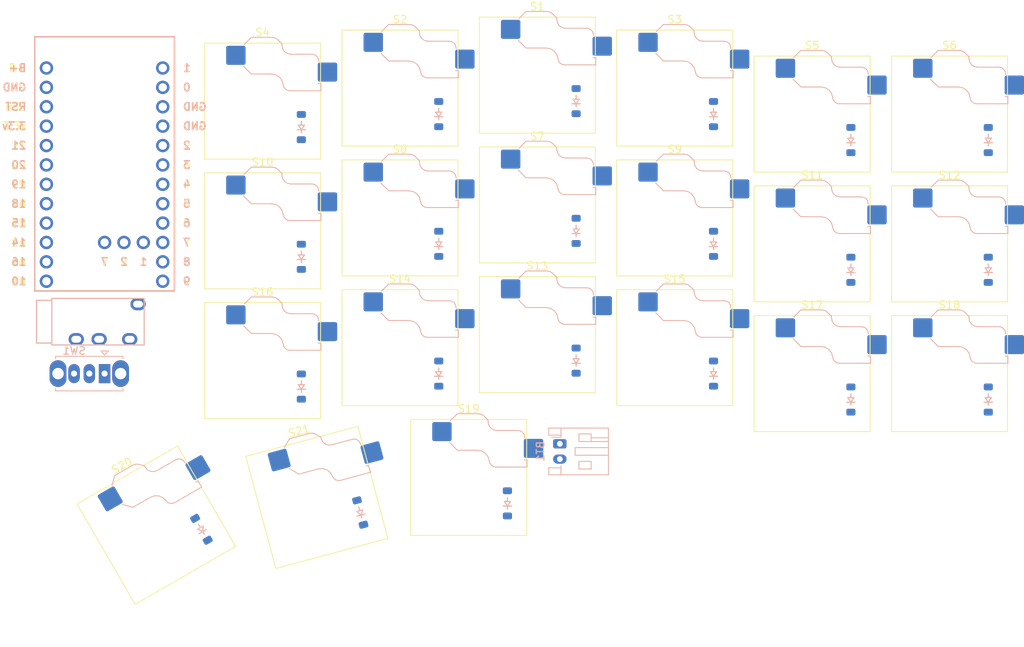
<source format=kicad_pcb>
(kicad_pcb (version 20241229) (generator "pcbnew") (generator_version "9.0")
  (layers (0 "F.Cu" signal) (2 "B.Cu" signal) (13 "F.Paste" user) (15 "B.Paste" user) (5 "F.SilkS" user "F.Silkscreen") (7 "B.SilkS" user "B.Silkscreen") (1 "F.Mask" user) (3 "B.Mask" user) (25 "Edge.Cuts" user))
  (net 0 "")
  (net 1 "Net-(BT1-+)")
  (net 2 "GND")
  (net 3 "Net-(D1-A)")
  (net 4 "Row 0")
  (net 5 "Net-(D2-A)")
  (net 6 "Net-(D3-A)")
  (net 7 "Net-(D4-A)")
  (net 8 "Net-(D5-A)")
  (net 9 "Net-(D6-A)")
  (net 10 "Net-(D7-A)")
  (net 11 "Row 1")
  (net 12 "Net-(D8-A)")
  (net 13 "Net-(D9-A)")
  (net 14 "Net-(D10-A)")
  (net 15 "Net-(D11-A)")
  (net 16 "Net-(D12-A)")
  (net 17 "Net-(D13-A)")
  (net 18 "Row 2")
  (net 19 "Net-(D14-A)")
  (net 20 "Net-(D15-A)")
  (net 21 "Net-(D16-A)")
  (net 22 "Net-(D17-A)")
  (net 23 "Net-(D18-A)")
  (net 24 "Row 3")
  (net 25 "Net-(D19-A)")
  (net 26 "Net-(D20-A)")
  (net 27 "Net-(D21-A)")
  (net 28 "Column 0")
  (net 29 "Column 1")
  (net 30 "Column 2")
  (net 31 "Column 3")
  (net 32 "Column 4")
  (net 33 "Column 5")
  (net 34 "Net-(SW1-A)")
  (net 43 "SplitData")
  (net 57 "SplitVCC")
  (footprint "ScottoKeebs_Hotswap:Hotswap_Choc_V1_1.00u" (layer "F.Cu") (at 179.1 83.3)
    (property "Reference" "S9" (at 0 -9 0) (layer "F.SilkS"))
    (property "Value" "Keyswitch")
    (pad "" np_thru_hole circle (at -5.5 0) (size 1.9 1.9) (drill 1.9) (layers "*.Cu" "*.Mask"))
    (pad "" np_thru_hole circle (at 0 -5.9) (size 3.05 3.05) (drill 3.05) (layers "*.Cu" "*.Mask"))
    (pad "" np_thru_hole circle (at 0 0) (size 3.45 3.45) (drill 3.45) (layers "*.Cu" "*.Mask"))
    (pad "" np_thru_hole circle (at 5 -3.8) (size 3.05 3.05) (drill 3.05) (layers "*.Cu" "*.Mask"))
    (pad "" np_thru_hole circle (at 5.5 0) (size 1.9 1.9) (drill 1.9) (layers "*.Cu" "*.Mask"))
    (pad "1" smd roundrect (at -3.5 -6) (size 2.55 2.5) (layers "B.Cu" "B.Mask" "B.Paste") (roundrect_rratio 0.1) (net 30 "Column 2"))
    (pad "2" smd roundrect (at 8.5 -3.8) (size 2.55 2.5) (layers "B.Cu" "B.Mask" "B.Paste") (roundrect_rratio 0.1) (net 13 "Net-(D9-A)"))
  )
  (footprint "ScottoKeebs_Hotswap:Hotswap_Choc_V1_1.00u" (layer "F.Cu") (at 125.1 68)
    (property "Reference" "S4" (at 0 -9 0) (layer "F.SilkS"))
    (property "Value" "Keyswitch")
    (pad "" np_thru_hole circle (at -5.5 0) (size 1.9 1.9) (drill 1.9) (layers "*.Cu" "*.Mask"))
    (pad "" np_thru_hole circle (at 0 -5.9) (size 3.05 3.05) (drill 3.05) (layers "*.Cu" "*.Mask"))
    (pad "" np_thru_hole circle (at 0 0) (size 3.45 3.45) (drill 3.45) (layers "*.Cu" "*.Mask"))
    (pad "" np_thru_hole circle (at 5 -3.8) (size 3.05 3.05) (drill 3.05) (layers "*.Cu" "*.Mask"))
    (pad "" np_thru_hole circle (at 5.5 0) (size 1.9 1.9) (drill 1.9) (layers "*.Cu" "*.Mask"))
    (pad "1" smd roundrect (at -3.5 -6) (size 2.55 2.5) (layers "B.Cu" "B.Mask" "B.Paste") (roundrect_rratio 0.1) (net 31 "Column 3"))
    (pad "2" smd roundrect (at 8.5 -3.8) (size 2.55 2.5) (layers "B.Cu" "B.Mask" "B.Paste") (roundrect_rratio 0.1) (net 7 "Net-(D4-A)"))
  )
  (footprint "ScottoKeebs_Hotswap:Hotswap_Choc_V1_1.00u" (layer "F.Cu") (at 197.1 69.7)
    (property "Reference" "S5" (at 0 -9 0) (layer "F.SilkS"))
    (property "Value" "Keyswitch")
    (pad "" np_thru_hole circle (at -5.5 0) (size 1.9 1.9) (drill 1.9) (layers "*.Cu" "*.Mask"))
    (pad "" np_thru_hole circle (at 0 -5.9) (size 3.05 3.05) (drill 3.05) (layers "*.Cu" "*.Mask"))
    (pad "" np_thru_hole circle (at 0 0) (size 3.45 3.45) (drill 3.45) (layers "*.Cu" "*.Mask"))
    (pad "" np_thru_hole circle (at 5 -3.8) (size 3.05 3.05) (drill 3.05) (layers "*.Cu" "*.Mask"))
    (pad "" np_thru_hole circle (at 5.5 0) (size 1.9 1.9) (drill 1.9) (layers "*.Cu" "*.Mask"))
    (pad "1" smd roundrect (at -3.5 -6) (size 2.55 2.5) (layers "B.Cu" "B.Mask" "B.Paste") (roundrect_rratio 0.1) (net 32 "Column 4"))
    (pad "2" smd roundrect (at 8.5 -3.8) (size 2.55 2.5) (layers "B.Cu" "B.Mask" "B.Paste") (roundrect_rratio 0.1) (net 8 "Net-(D5-A)"))
  )
  (footprint "ScottoKeebs_Hotswap:Hotswap_Choc_V1_1.00u" (layer "F.Cu") (at 215.1 69.7)
    (property "Reference" "S6" (at 0 -9 0) (layer "F.SilkS"))
    (property "Value" "Keyswitch")
    (pad "" np_thru_hole circle (at -5.5 0) (size 1.9 1.9) (drill 1.9) (layers "*.Cu" "*.Mask"))
    (pad "" np_thru_hole circle (at 0 -5.9) (size 3.05 3.05) (drill 3.05) (layers "*.Cu" "*.Mask"))
    (pad "" np_thru_hole circle (at 0 0) (size 3.45 3.45) (drill 3.45) (layers "*.Cu" "*.Mask"))
    (pad "" np_thru_hole circle (at 5 -3.8) (size 3.05 3.05) (drill 3.05) (layers "*.Cu" "*.Mask"))
    (pad "" np_thru_hole circle (at 5.5 0) (size 1.9 1.9) (drill 1.9) (layers "*.Cu" "*.Mask"))
    (pad "1" smd roundrect (at -3.5 -6) (size 2.55 2.5) (layers "B.Cu" "B.Mask" "B.Paste") (roundrect_rratio 0.1) (net 33 "Column 5"))
    (pad "2" smd roundrect (at 8.5 -3.8) (size 2.55 2.5) (layers "B.Cu" "B.Mask" "B.Paste") (roundrect_rratio 0.1) (net 9 "Net-(D6-A)"))
  )
  (footprint "ScottoKeebs_Hotswap:Hotswap_Choc_V1_1.00u" (layer "F.Cu") (at 132.206706 119.919002 15)
    (property "Reference" "S21" (at 0 -8.999999 15) (layer "F.SilkS"))
    (property "Value" "Keyswitch")
    (pad "" np_thru_hole circle (at -5.5 0 15) (size 1.9 1.9) (drill 1.9) (layers "*.Cu" "*.Mask"))
    (pad "" np_thru_hole circle (at 0 -5.9 15) (size 3.05 3.05) (drill 3.05) (layers "*.Cu" "*.Mask"))
    (pad "" np_thru_hole circle (at 0 0 15) (size 3.45 3.45) (drill 3.45) (layers "*.Cu" "*.Mask"))
    (pad "" np_thru_hole circle (at 5 -3.8 15) (size 3.05 3.05) (drill 3.05) (layers "*.Cu" "*.Mask"))
    (pad "" np_thru_hole circle (at 5.5 0 15) (size 1.9 1.9) (drill 1.9) (layers "*.Cu" "*.Mask"))
    (pad "1" smd roundrect (at -3.5 -6 15) (size 2.55 2.5) (layers "B.Cu" "B.Mask" "B.Paste") (roundrect_rratio 0.1) (net 30 "Column 2"))
    (pad "2" smd roundrect (at 8.5 -3.8 15) (size 2.55 2.5) (layers "B.Cu" "B.Mask" "B.Paste") (roundrect_rratio 0.1) (net 27 "Net-(D21-A)"))
  )
  (footprint "ScottoKeebs_Hotswap:Hotswap_Choc_V1_1.00u" (layer "F.Cu") (at 161.1 81.6)
    (property "Reference" "S7" (at 0 -9 0) (layer "F.SilkS"))
    (property "Value" "Keyswitch")
    (pad "" np_thru_hole circle (at -5.5 0) (size 1.9 1.9) (drill 1.9) (layers "*.Cu" "*.Mask"))
    (pad "" np_thru_hole circle (at 0 -5.9) (size 3.05 3.05) (drill 3.05) (layers "*.Cu" "*.Mask"))
    (pad "" np_thru_hole circle (at 0 0) (size 3.45 3.45) (drill 3.45) (layers "*.Cu" "*.Mask"))
    (pad "" np_thru_hole circle (at 5 -3.8) (size 3.05 3.05) (drill 3.05) (layers "*.Cu" "*.Mask"))
    (pad "" np_thru_hole circle (at 5.5 0) (size 1.9 1.9) (drill 1.9) (layers "*.Cu" "*.Mask"))
    (pad "1" smd roundrect (at -3.5 -6) (size 2.55 2.5) (layers "B.Cu" "B.Mask" "B.Paste") (roundrect_rratio 0.1) (net 28 "Column 0"))
    (pad "2" smd roundrect (at 8.5 -3.8) (size 2.55 2.5) (layers "B.Cu" "B.Mask" "B.Paste") (roundrect_rratio 0.1) (net 10 "Net-(D7-A)"))
  )
  (footprint "ScottoKeebs_Hotswap:Hotswap_Choc_V1_1.00u" (layer "F.Cu") (at 125.1 85)
    (property "Reference" "S10" (at 0 -9 0) (layer "F.SilkS"))
    (property "Value" "Keyswitch")
    (pad "" np_thru_hole circle (at -5.5 0) (size 1.9 1.9) (drill 1.9) (layers "*.Cu" "*.Mask"))
    (pad "" np_thru_hole circle (at 0 -5.9) (size 3.05 3.05) (drill 3.05) (layers "*.Cu" "*.Mask"))
    (pad "" np_thru_hole circle (at 0 0) (size 3.45 3.45) (drill 3.45) (layers "*.Cu" "*.Mask"))
    (pad "" np_thru_hole circle (at 5 -3.8) (size 3.05 3.05) (drill 3.05) (layers "*.Cu" "*.Mask"))
    (pad "" np_thru_hole circle (at 5.5 0) (size 1.9 1.9) (drill 1.9) (layers "*.Cu" "*.Mask"))
    (pad "1" smd roundrect (at -3.5 -6) (size 2.55 2.5) (layers "B.Cu" "B.Mask" "B.Paste") (roundrect_rratio 0.1) (net 31 "Column 3"))
    (pad "2" smd roundrect (at 8.5 -3.8) (size 2.55 2.5) (layers "B.Cu" "B.Mask" "B.Paste") (roundrect_rratio 0.1) (net 14 "Net-(D10-A)"))
  )
  (footprint "ScottoKeebs_Hotswap:Hotswap_Choc_V1_1.00u" (layer "F.Cu") (at 143.1 100.3)
    (property "Reference" "S14" (at 0 -9 0) (layer "F.SilkS"))
    (property "Value" "Keyswitch")
    (pad "" np_thru_hole circle (at -5.5 0) (size 1.9 1.9) (drill 1.9) (layers "*.Cu" "*.Mask"))
    (pad "" np_thru_hole circle (at 0 -5.9) (size 3.05 3.05) (drill 3.05) (layers "*.Cu" "*.Mask"))
    (pad "" np_thru_hole circle (at 0 0) (size 3.45 3.45) (drill 3.45) (layers "*.Cu" "*.Mask"))
    (pad "" np_thru_hole circle (at 5 -3.8) (size 3.05 3.05) (drill 3.05) (layers "*.Cu" "*.Mask"))
    (pad "" np_thru_hole circle (at 5.5 0) (size 1.9 1.9) (drill 1.9) (layers "*.Cu" "*.Mask"))
    (pad "1" smd roundrect (at -3.5 -6) (size 2.55 2.5) (layers "B.Cu" "B.Mask" "B.Paste") (roundrect_rratio 0.1) (net 29 "Column 1"))
    (pad "2" smd roundrect (at 8.5 -3.8) (size 2.55 2.5) (layers "B.Cu" "B.Mask" "B.Paste") (roundrect_rratio 0.1) (net 19 "Net-(D14-A)"))
  )
  (footprint "ScottoKeebs_Hotswap:Hotswap_Choc_V1_1.00u" (layer "F.Cu") (at 215.1 86.7)
    (property "Reference" "S12" (at 0 -9 0) (layer "F.SilkS"))
    (property "Value" "Keyswitch")
    (pad "" np_thru_hole circle (at -5.5 0) (size 1.9 1.9) (drill 1.9) (layers "*.Cu" "*.Mask"))
    (pad "" np_thru_hole circle (at 0 -5.9) (size 3.05 3.05) (drill 3.05) (layers "*.Cu" "*.Mask"))
    (pad "" np_thru_hole circle (at 0 0) (size 3.45 3.45) (drill 3.45) (layers "*.Cu" "*.Mask"))
    (pad "" np_thru_hole circle (at 5 -3.8) (size 3.05 3.05) (drill 3.05) (layers "*.Cu" "*.Mask"))
    (pad "" np_thru_hole circle (at 5.5 0) (size 1.9 1.9) (drill 1.9) (layers "*.Cu" "*.Mask"))
    (pad "1" smd roundrect (at -3.5 -6) (size 2.55 2.5) (layers "B.Cu" "B.Mask" "B.Paste") (roundrect_rratio 0.1) (net 33 "Column 5"))
    (pad "2" smd roundrect (at 8.5 -3.8) (size 2.55 2.5) (layers "B.Cu" "B.Mask" "B.Paste") (roundrect_rratio 0.1) (net 16 "Net-(D12-A)"))
  )
  (footprint "ScottoKeebs_Hotswap:Hotswap_Choc_V1_1.00u" (layer "F.Cu") (at 179.1 66.3)
    (property "Reference" "S3" (at 0 -9 0) (layer "F.SilkS"))
    (property "Value" "Keyswitch")
    (pad "" np_thru_hole circle (at -5.5 0) (size 1.9 1.9) (drill 1.9) (layers "*.Cu" "*.Mask"))
    (pad "" np_thru_hole circle (at 0 -5.9) (size 3.05 3.05) (drill 3.05) (layers "*.Cu" "*.Mask"))
    (pad "" np_thru_hole circle (at 0 0) (size 3.45 3.45) (drill 3.45) (layers "*.Cu" "*.Mask"))
    (pad "" np_thru_hole circle (at 5 -3.8) (size 3.05 3.05) (drill 3.05) (layers "*.Cu" "*.Mask"))
    (pad "" np_thru_hole circle (at 5.5 0) (size 1.9 1.9) (drill 1.9) (layers "*.Cu" "*.Mask"))
    (pad "1" smd roundrect (at -3.5 -6) (size 2.55 2.5) (layers "B.Cu" "B.Mask" "B.Paste") (roundrect_rratio 0.1) (net 30 "Column 2"))
    (pad "2" smd roundrect (at 8.5 -3.8) (size 2.55 2.5) (layers "B.Cu" "B.Mask" "B.Paste") (roundrect_rratio 0.1) (net 6 "Net-(D3-A)"))
  )
  (footprint "ScottoKeebs_Hotswap:Hotswap_Choc_V1_1.00u" (layer "F.Cu") (at 143.1 83.3)
    (property "Reference" "S8" (at 0 -9 0) (layer "F.SilkS"))
    (property "Value" "Keyswitch")
    (pad "" np_thru_hole circle (at -5.5 0) (size 1.9 1.9) (drill 1.9) (layers "*.Cu" "*.Mask"))
    (pad "" np_thru_hole circle (at 0 -5.9) (size 3.05 3.05) (drill 3.05) (layers "*.Cu" "*.Mask"))
    (pad "" np_thru_hole circle (at 0 0) (size 3.45 3.45) (drill 3.45) (layers "*.Cu" "*.Mask"))
    (pad "" np_thru_hole circle (at 5 -3.8) (size 3.05 3.05) (drill 3.05) (layers "*.Cu" "*.Mask"))
    (pad "" np_thru_hole circle (at 5.5 0) (size 1.9 1.9) (drill 1.9) (layers "*.Cu" "*.Mask"))
    (pad "1" smd roundrect (at -3.5 -6) (size 2.55 2.5) (layers "B.Cu" "B.Mask" "B.Paste") (roundrect_rratio 0.1) (net 29 "Column 1"))
    (pad "2" smd roundrect (at 8.5 -3.8) (size 2.55 2.5) (layers "B.Cu" "B.Mask" "B.Paste") (roundrect_rratio 0.1) (net 12 "Net-(D8-A)"))
  )
  (footprint "ScottoKeebs_Hotswap:Hotswap_Choc_V1_1.00u" (layer "F.Cu") (at 152.1 117.3)
    (property "Reference" "S19" (at 0 -9 0) (layer "F.SilkS"))
    (property "Value" "Keyswitch")
    (pad "" np_thru_hole circle (at -5.5 0) (size 1.9 1.9) (drill 1.9) (layers "*.Cu" "*.Mask"))
    (pad "" np_thru_hole circle (at 0 -5.9) (size 3.05 3.05) (drill 3.05) (layers "*.Cu" "*.Mask"))
    (pad "" np_thru_hole circle (at 0 0) (size 3.45 3.45) (drill 3.45) (layers "*.Cu" "*.Mask"))
    (pad "" np_thru_hole circle (at 5 -3.8) (size 3.05 3.05) (drill 3.05) (layers "*.Cu" "*.Mask"))
    (pad "" np_thru_hole circle (at 5.5 0) (size 1.9 1.9) (drill 1.9) (layers "*.Cu" "*.Mask"))
    (pad "1" smd roundrect (at -3.5 -6) (size 2.55 2.5) (layers "B.Cu" "B.Mask" "B.Paste") (roundrect_rratio 0.1) (net 28 "Column 0"))
    (pad "2" smd roundrect (at 8.5 -3.8) (size 2.55 2.5) (layers "B.Cu" "B.Mask" "B.Paste") (roundrect_rratio 0.1) (net 25 "Net-(D19-A)"))
  )
  (footprint "ScottoKeebs_Hotswap:Hotswap_Choc_V1_1.00u" (layer "F.Cu") (at 161.1 64.6)
    (property "Reference" "S1" (at 0 -9 0) (layer "F.SilkS"))
    (property "Value" "Keyswitch")
    (pad "" np_thru_hole circle (at -5.5 0) (size 1.9 1.9) (drill 1.9) (layers "*.Cu" "*.Mask"))
    (pad "" np_thru_hole circle (at 0 -5.9) (size 3.05 3.05) (drill 3.05) (layers "*.Cu" "*.Mask"))
    (pad "" np_thru_hole circle (at 0 0) (size 3.45 3.45) (drill 3.45) (layers "*.Cu" "*.Mask"))
    (pad "" np_thru_hole circle (at 5 -3.8) (size 3.05 3.05) (drill 3.05) (layers "*.Cu" "*.Mask"))
    (pad "" np_thru_hole circle (at 5.5 0) (size 1.9 1.9) (drill 1.9) (layers "*.Cu" "*.Mask"))
    (pad "1" smd roundrect (at -3.5 -6) (size 2.55 2.5) (layers "B.Cu" "B.Mask" "B.Paste") (roundrect_rratio 0.1) (net 28 "Column 0"))
    (pad "2" smd roundrect (at 8.5 -3.8) (size 2.55 2.5) (layers "B.Cu" "B.Mask" "B.Paste") (roundrect_rratio 0.1) (net 3 "Net-(D1-A)"))
  )
  (footprint "ScottoKeebs_Hotswap:Hotswap_Choc_V1_1.50u_90deg" (layer "F.Cu") (at 111.171926 123.558176 30)
    (property "Reference" "S20" (at 0 -9 30) (layer "F.SilkS"))
    (property "Value" "Keyswitch")
    (pad "" np_thru_hole circle (at -5.5 0 30) (size 1.9 1.9) (drill 1.9) (layers "*.Cu" "*.Mask"))
    (pad "" np_thru_hole circle (at 0 -5.9 30) (size 3.05 3.05) (drill 3.05) (layers "*.Cu" "*.Mask"))
    (pad "" np_thru_hole circle (at 0 0 30) (size 3.45 3.45) (drill 3.45) (layers "*.Cu" "*.Mask"))
    (pad "" np_thru_hole circle (at 5 -3.8 30) (size 3.05 3.05) (drill 3.05) (layers "*.Cu" "*.Mask"))
    (pad "" np_thru_hole circle (at 5.5 0 30) (size 1.9 1.9) (drill 1.9) (layers "*.Cu" "*.Mask"))
    (pad "1" smd roundrect (at -3.5 -6 30) (size 2.55 2.5) (layers "B.Cu" "B.Mask" "B.Paste") (roundrect_rratio 0.1) (net 29 "Column 1"))
    (pad "2" smd roundrect (at 8.5 -3.8 30) (size 2.55 2.5) (layers "B.Cu" "B.Mask" "B.Paste") (roundrect_rratio 0.1) (net 26 "Net-(D20-A)"))
  )
  (footprint "ScottoKeebs_Hotswap:Hotswap_Choc_V1_1.00u" (layer "F.Cu") (at 179.1 100.3)
    (property "Reference" "S15" (at 0 -9 0) (layer "F.SilkS"))
    (property "Value" "Keyswitch")
    (pad "" np_thru_hole circle (at -5.5 0) (size 1.9 1.9) (drill 1.9) (layers "*.Cu" "*.Mask"))
    (pad "" np_thru_hole circle (at 0 -5.9) (size 3.05 3.05) (drill 3.05) (layers "*.Cu" "*.Mask"))
    (pad "" np_thru_hole circle (at 0 0) (size 3.45 3.45) (drill 3.45) (layers "*.Cu" "*.Mask"))
    (pad "" np_thru_hole circle (at 5 -3.8) (size 3.05 3.05) (drill 3.05) (layers "*.Cu" "*.Mask"))
    (pad "" np_thru_hole circle (at 5.5 0) (size 1.9 1.9) (drill 1.9) (layers "*.Cu" "*.Mask"))
    (pad "1" smd roundrect (at -3.5 -6) (size 2.55 2.5) (layers "B.Cu" "B.Mask" "B.Paste") (roundrect_rratio 0.1) (net 30 "Column 2"))
    (pad "2" smd roundrect (at 8.5 -3.8) (size 2.55 2.5) (layers "B.Cu" "B.Mask" "B.Paste") (roundrect_rratio 0.1) (net 20 "Net-(D15-A)"))
  )
  (footprint "ScottoKeebs_Hotswap:Hotswap_Choc_V1_1.00u" (layer "F.Cu") (at 197.1 86.7)
    (property "Reference" "S11" (at 0 -9 0) (layer "F.SilkS"))
    (property "Value" "Keyswitch")
    (pad "" np_thru_hole circle (at -5.5 0) (size 1.9 1.9) (drill 1.9) (layers "*.Cu" "*.Mask"))
    (pad "" np_thru_hole circle (at 0 -5.9) (size 3.05 3.05) (drill 3.05) (layers "*.Cu" "*.Mask"))
    (pad "" np_thru_hole circle (at 0 0) (size 3.45 3.45) (drill 3.45) (layers "*.Cu" "*.Mask"))
    (pad "" np_thru_hole circle (at 5 -3.8) (size 3.05 3.05) (drill 3.05) (layers "*.Cu" "*.Mask"))
    (pad "" np_thru_hole circle (at 5.5 0) (size 1.9 1.9) (drill 1.9) (layers "*.Cu" "*.Mask"))
    (pad "1" smd roundrect (at -3.5 -6) (size 2.55 2.5) (layers "B.Cu" "B.Mask" "B.Paste") (roundrect_rratio 0.1) (net 32 "Column 4"))
    (pad "2" smd roundrect (at 8.5 -3.8) (size 2.55 2.5) (layers "B.Cu" "B.Mask" "B.Paste") (roundrect_rratio 0.1) (net 15 "Net-(D11-A)"))
  )
  (footprint "ScottoKeebs_Hotswap:Hotswap_Choc_V1_1.00u" (layer "F.Cu") (at 143.1 66.3)
    (property "Reference" "S2" (at 0 -9 0) (layer "F.SilkS"))
    (property "Value" "Keyswitch")
    (pad "" np_thru_hole circle (at -5.5 0) (size 1.9 1.9) (drill 1.9) (layers "*.Cu" "*.Mask"))
    (pad "" np_thru_hole circle (at 0 -5.9) (size 3.05 3.05) (drill 3.05) (layers "*.Cu" "*.Mask"))
    (pad "" np_thru_hole circle (at 0 0) (size 3.45 3.45) (drill 3.45) (layers "*.Cu" "*.Mask"))
    (pad "" np_thru_hole circle (at 5 -3.8) (size 3.05 3.05) (drill 3.05) (layers "*.Cu" "*.Mask"))
    (pad "" np_thru_hole circle (at 5.5 0) (size 1.9 1.9) (drill 1.9) (layers "*.Cu" "*.Mask"))
    (pad "1" smd roundrect (at -3.5 -6) (size 2.55 2.5) (layers "B.Cu" "B.Mask" "B.Paste") (roundrect_rratio 0.1) (net 29 "Column 1"))
    (pad "2" smd roundrect (at 8.5 -3.8) (size 2.55 2.5) (layers "B.Cu" "B.Mask" "B.Paste") (roundrect_rratio 0.1) (net 5 "Net-(D2-A)"))
  )
  (footprint "ScottoKeebs_Hotswap:Hotswap_Choc_V1_1.00u" (layer "F.Cu") (at 215.1 103.7)
    (property "Reference" "S18" (at 0 -9 0) (layer "F.SilkS"))
    (property "Value" "Keyswitch")
    (pad "" np_thru_hole circle (at -5.5 0) (size 1.9 1.9) (drill 1.9) (layers "*.Cu" "*.Mask"))
    (pad "" np_thru_hole circle (at 0 -5.9) (size 3.05 3.05) (drill 3.05) (layers "*.Cu" "*.Mask"))
    (pad "" np_thru_hole circle (at 0 0) (size 3.45 3.45) (drill 3.45) (layers "*.Cu" "*.Mask"))
    (pad "" np_thru_hole circle (at 5 -3.8) (size 3.05 3.05) (drill 3.05) (layers "*.Cu" "*.Mask"))
    (pad "" np_thru_hole circle (at 5.5 0) (size 1.9 1.9) (drill 1.9) (layers "*.Cu" "*.Mask"))
    (pad "1" smd roundrect (at -3.5 -6) (size 2.55 2.5) (layers "B.Cu" "B.Mask" "B.Paste") (roundrect_rratio 0.1) (net 33 "Column 5"))
    (pad "2" smd roundrect (at 8.5 -3.8) (size 2.55 2.5) (layers "B.Cu" "B.Mask" "B.Paste") (roundrect_rratio 0.1) (net 23 "Net-(D18-A)"))
  )
  (footprint "ScottoKeebs_Hotswap:Hotswap_Choc_V1_1.00u" (layer "F.Cu") (at 125.1 102)
    (property "Reference" "S16" (at 0 -9 0) (layer "F.SilkS"))
    (property "Value" "Keyswitch")
    (pad "" np_thru_hole circle (at -5.5 0) (size 1.9 1.9) (drill 1.9) (layers "*.Cu" "*.Mask"))
    (pad "" np_thru_hole circle (at 0 -5.9) (size 3.05 3.05) (drill 3.05) (layers "*.Cu" "*.Mask"))
    (pad "" np_thru_hole circle (at 0 0) (size 3.45 3.45) (drill 3.45) (layers "*.Cu" "*.Mask"))
    (pad "" np_thru_hole circle (at 5 -3.8) (size 3.05 3.05) (drill 3.05) (layers "*.Cu" "*.Mask"))
    (pad "" np_thru_hole circle (at 5.5 0) (size 1.9 1.9) (drill 1.9) (layers "*.Cu" "*.Mask"))
    (pad "1" smd roundrect (at -3.5 -6) (size 2.55 2.5) (layers "B.Cu" "B.Mask" "B.Paste") (roundrect_rratio 0.1) (net 31 "Column 3"))
    (pad "2" smd roundrect (at 8.5 -3.8) (size 2.55 2.5) (layers "B.Cu" "B.Mask" "B.Paste") (roundrect_rratio 0.1) (net 21 "Net-(D16-A)"))
  )
  (footprint "ScottoKeebs_Hotswap:Hotswap_Choc_V1_1.00u" (layer "F.Cu") (at 161.1 98.6)
    (property "Reference" "S13" (at 0 -9 0) (layer "F.SilkS"))
    (property "Value" "Keyswitch")
    (pad "" np_thru_hole circle (at -5.5 0) (size 1.9 1.9) (drill 1.9) (layers "*.Cu" "*.Mask"))
    (pad "" np_thru_hole circle (at 0 -5.9) (size 3.05 3.05) (drill 3.05) (layers "*.Cu" "*.Mask"))
    (pad "" np_thru_hole circle (at 0 0) (size 3.45 3.45) (drill 3.45) (layers "*.Cu" "*.Mask"))
    (pad "" np_thru_hole circle (at 5 -3.8) (size 3.05 3.05) (drill 3.05) (layers "*.Cu" "*.Mask"))
    (pad "" np_thru_hole circle (at 5.5 0) (size 1.9 1.9) (drill 1.9) (layers "*.Cu" "*.Mask"))
    (pad "1" smd roundrect (at -3.5 -6) (size 2.55 2.5) (layers "B.Cu" "B.Mask" "B.Paste") (roundrect_rratio 0.1) (net 28 "Column 0"))
    (pad "2" smd roundrect (at 8.5 -3.8) (size 2.55 2.5) (layers "B.Cu" "B.Mask" "B.Paste") (roundrect_rratio 0.1) (net 17 "Net-(D13-A)"))
  )
  (footprint "ScottoKeebs_Hotswap:Hotswap_Choc_V1_1.00u" (layer "F.Cu") (at 197.1 103.7)
    (property "Reference" "S17" (at 0 -9 0) (layer "F.SilkS"))
    (property "Value" "Keyswitch")
    (pad "" np_thru_hole circle (at -5.5 0) (size 1.9 1.9) (drill 1.9) (layers "*.Cu" "*.Mask"))
    (pad "" np_thru_hole circle (at 0 -5.9) (size 3.05 3.05) (drill 3.05) (layers "*.Cu" "*.Mask"))
    (pad "" np_thru_hole circle (at 0 0) (size 3.45 3.45) (drill 3.45) (layers "*.Cu" "*.Mask"))
    (pad "" np_thru_hole circle (at 5 -3.8) (size 3.05 3.05) (drill 3.05) (layers "*.Cu" "*.Mask"))
    (pad "" np_thru_hole circle (at 5.5 0) (size 1.9 1.9) (drill 1.9) (layers "*.Cu" "*.Mask"))
    (pad "1" smd roundrect (at -3.5 -6) (size 2.55 2.5) (layers "B.Cu" "B.Mask" "B.Paste") (roundrect_rratio 0.1) (net 32 "Column 4"))
    (pad "2" smd roundrect (at 8.5 -3.8) (size 2.55 2.5) (layers "B.Cu" "B.Mask" "B.Paste") (roundrect_rratio 0.1) (net 22 "Net-(D17-A)"))
  )
  (footprint "ScottoKeebs_Components:Diode_SOD-123" (layer "B.Cu") (at 220.18 107.1 90)
    (property "Reference" "D18" (hide yes))
    (property "Value" "Diode")
    (pad "1" smd roundrect (at -1.65 0 90) (size 0.9 1.2) (layers "B.Cu" "B.Mask" "B.Paste") (net 18 "Row 2"))
    (pad "2" smd roundrect (at 1.65 0 90) (size 0.9 1.2) (layers "B.Cu" "B.Mask" "B.Paste") (net 23 "Net-(D18-A)"))
  )
  (footprint "ScottoKeebs_Components:Diode_SOD-123" (layer "B.Cu") (at 202.18 107.1 90)
    (property "Reference" "D17" (hide yes))
    (property "Value" "Diode")
    (pad "1" smd roundrect (at -1.65 0 90) (size 0.9 1.2) (layers "B.Cu" "B.Mask" "B.Paste") (net 18 "Row 2"))
    (pad "2" smd roundrect (at 1.65 0 90) (size 0.9 1.2) (layers "B.Cu" "B.Mask" "B.Paste") (net 22 "Net-(D17-A)"))
  )
  (footprint "ScottoKeebs_Components:Diode_SOD-123" (layer "B.Cu") (at 202.18 73.1 90)
    (property "Reference" "D5" (hide yes))
    (property "Value" "Diode")
    (pad "1" smd roundrect (at -1.65 0 90) (size 0.9 1.2) (layers "B.Cu" "B.Mask" "B.Paste") (net 4 "Row 0"))
    (pad "2" smd roundrect (at 1.65 0 90) (size 0.9 1.2) (layers "B.Cu" "B.Mask" "B.Paste") (net 8 "Net-(D5-A)"))
  )
  (footprint "ScottoKeebs_Components:Diode_SOD-123" (layer "B.Cu") (at 117.086335 124.1 120)
    (property "Reference" "D20" (hide yes))
    (property "Value" "Diode")
    (pad "1" smd roundrect (at -1.65 0 120) (size 0.9 1.2) (layers "B.Cu" "B.Mask" "B.Paste") (net 24 "Row 3"))
    (pad "2" smd roundrect (at 1.65 0 120) (size 0.9 1.2) (layers "B.Cu" "B.Mask" "B.Paste") (net 26 "Net-(D20-A)"))
  )
  (footprint "ScottoKeebs_Components:Diode_SOD-123" (layer "B.Cu") (at 166.18 85 90)
    (property "Reference" "D7" (hide yes))
    (property "Value" "Diode")
    (pad "1" smd roundrect (at -1.65 0 90) (size 0.9 1.2) (layers "B.Cu" "B.Mask" "B.Paste") (net 11 "Row 1"))
    (pad "2" smd roundrect (at 1.65 0 90) (size 0.9 1.2) (layers "B.Cu" "B.Mask" "B.Paste") (net 10 "Net-(D7-A)"))
  )
  (footprint "ScottoKeebs_Components:Diode_SOD-123" (layer "B.Cu") (at 148.18 69.7 90)
    (property "Reference" "D2" (hide yes))
    (property "Value" "Diode")
    (pad "1" smd roundrect (at -1.65 0 90) (size 0.9 1.2) (layers "B.Cu" "B.Mask" "B.Paste") (net 4 "Row 0"))
    (pad "2" smd roundrect (at 1.65 0 90) (size 0.9 1.2) (layers "B.Cu" "B.Mask" "B.Paste") (net 5 "Net-(D2-A)"))
  )
  (footprint "ScottoKeebs_Components:Diode_SOD-123" (layer "B.Cu") (at 184.18 86.7 90)
    (property "Reference" "D9" (hide yes))
    (property "Value" "Diode")
    (pad "1" smd roundrect (at -1.65 0 90) (size 0.9 1.2) (layers "B.Cu" "B.Mask" "B.Paste") (net 11 "Row 1"))
    (pad "2" smd roundrect (at 1.65 0 90) (size 0.9 1.2) (layers "B.Cu" "B.Mask" "B.Paste") (net 13 "Net-(D9-A)"))
  )
  (footprint "ScottoKeebs_Components:Diode_SOD-123" (layer "B.Cu") (at 220.18 90.1 90)
    (property "Reference" "D12" (hide yes))
    (property "Value" "Diode")
    (pad "1" smd roundrect (at -1.65 0 90) (size 0.9 1.2) (layers "B.Cu" "B.Mask" "B.Paste") (net 11 "Row 1"))
    (pad "2" smd roundrect (at 1.65 0 90) (size 0.9 1.2) (layers "B.Cu" "B.Mask" "B.Paste") (net 16 "Net-(D12-A)"))
  )
  (footprint "ScottoKeebs_Components:Diode_SOD-123" (layer "B.Cu") (at 166.18 68 90)
    (property "Reference" "D1" (hide yes))
    (property "Value" "Diode")
    (pad "1" smd roundrect (at -1.65 0 90) (size 0.9 1.2) (layers "B.Cu" "B.Mask" "B.Paste") (net 4 "Row 0"))
    (pad "2" smd roundrect (at 1.65 0 90) (size 0.9 1.2) (layers "B.Cu" "B.Mask" "B.Paste") (net 3 "Net-(D1-A)"))
  )
  (footprint "ScottoKeebs_Components:TRRS_PJ-320A" (layer "B.Cu") (at 97.4875 96.9 -90)
    (property "Reference" "U2")
    (property "Value" "TRRS")
    (pad "" np_thru_hole circle (at 0 -8.6 270) (size 0.8 0.8) (drill 0.8) (layers "*.Cu" "*.Mask"))
    (pad "" np_thru_hole circle (at 0 -1.6 270) (size 0.8 0.8) (drill 0.8) (layers "*.Cu" "*.Mask"))
    (pad "1" thru_hole oval (at -2.3 -11.3 270) (size 1.6 2) (drill oval 0.9 1.3) (layers "*.Cu" "*.Mask") (net 2 "GND"))
    (pad "2" thru_hole oval (at 2.3 -10.2 270) (size 1.6 2) (drill oval 0.9 1.3) (layers "*.Cu" "*.Mask") (net 43 "SplitData"))
    (pad "3" thru_hole oval (at 2.3 -6.2 270) (size 1.6 2) (drill oval 0.9 1.3) (layers "*.Cu" "*.Mask") (net 57 "SplitVCC"))
    (pad "4" thru_hole oval (at 2.3 -3.2 270) (size 1.6 2) (drill oval 0.9 1.3) (layers "*.Cu" "*.Mask") (net 2 "GND"))
  )
  (footprint "ScottoKeebs_Components:Diode_SOD-123" (layer "B.Cu") (at 130.18 105.4 90)
    (property "Reference" "D16" (hide yes))
    (property "Value" "Diode")
    (pad "1" smd roundrect (at -1.65 0 90) (size 0.9 1.2) (layers "B.Cu" "B.Mask" "B.Paste") (net 18 "Row 2"))
    (pad "2" smd roundrect (at 1.65 0 90) (size 0.9 1.2) (layers "B.Cu" "B.Mask" "B.Paste") (net 21 "Net-(D16-A)"))
  )
  (footprint "ScottoKeebs_Components:Diode_SOD-123" (layer "B.Cu") (at 202.18 90.1 90)
    (property "Reference" "D11" (hide yes))
    (property "Value" "Diode")
    (pad "1" smd roundrect (at -1.65 0 90) (size 0.9 1.2) (layers "B.Cu" "B.Mask" "B.Paste") (net 11 "Row 1"))
    (pad "2" smd roundrect (at 1.65 0 90) (size 0.9 1.2) (layers "B.Cu" "B.Mask" "B.Paste") (net 15 "Net-(D11-A)"))
  )
  (footprint "ScottoKeebs_Components:Diode_SOD-123" (layer "B.Cu") (at 130.18 88.4 90)
    (property "Reference" "D10" (hide yes))
    (property "Value" "Diode")
    (pad "1" smd roundrect (at -1.65 0 90) (size 0.9 1.2) (layers "B.Cu" "B.Mask" "B.Paste") (net 11 "Row 1"))
    (pad "2" smd roundrect (at 1.65 0 90) (size 0.9 1.2) (layers "B.Cu" "B.Mask" "B.Paste") (net 14 "Net-(D10-A)"))
  )
  (footprint "Button_Switch_THT:SW_Slide_SPDT_Straight_CK_OS102011MS2Q" (layer "B.Cu") (at 104.4 103.7 180)
    (property "Reference" "SW1" (at 3.99 2.99 0) (layer "B.SilkS") (effects (justify mirror)))
    (property "Value" "SW_SPST")
    (pad "" thru_hole oval (at -2.1 0 180) (size 2.2 3.5) (drill 1.5) (layers "*.Cu" "*.Mask"))
    (pad "" thru_hole oval (at 6.1 0 180) (size 2.2 3.5) (drill 1.5) (layers "*.Cu" "*.Mask"))
    (pad "1" thru_hole rect (at 0 0 180) (size 1.5 2.5) (drill 0.8) (layers "*.Cu" "*.Mask") (net 34 "Net-(SW1-A)"))
    (pad "2" thru_hole oval (at 2 0 180) (size 1.5 2.5) (drill 0.8) (layers "*.Cu" "*.Mask") (net 1 "Net-(BT1-+)"))
    (pad "3" thru_hole oval (at 4 0 180) (size 1.5 2.5) (drill 0.8) (layers "*.Cu" "*.Mask"))
  )
  (footprint "ScottoKeebs_Components:Diode_SOD-123" (layer "B.Cu") (at 148.18 86.7 90)
    (property "Reference" "D8" (hide yes))
    (property "Value" "Diode")
    (pad "1" smd roundrect (at -1.65 0 90) (size 0.9 1.2) (layers "B.Cu" "B.Mask" "B.Paste") (net 11 "Row 1"))
    (pad "2" smd roundrect (at 1.65 0 90) (size 0.9 1.2) (layers "B.Cu" "B.Mask" "B.Paste") (net 12 "Net-(D8-A)"))
  )
  (footprint "ScottoKeebs_Components:Diode_SOD-123" (layer "B.Cu") (at 130.18 71.4 90)
    (property "Reference" "D4" (hide yes))
    (property "Value" "Diode")
    (pad "1" smd roundrect (at -1.65 0 90) (size 0.9 1.2) (layers "B.Cu" "B.Mask" "B.Paste") (net 4 "Row 0"))
    (pad "2" smd roundrect (at 1.65 0 90) (size 0.9 1.2) (layers "B.Cu" "B.Mask" "B.Paste") (net 7 "Net-(D4-A)"))
  )
  (footprint "ScottoKeebs_MCU:Nice_Nano_V2" (layer "B.Cu") (at 104.4 77.35 180)
    (property "Reference" "U1" (hide yes))
    (property "Value" "Nice_Nano_V2" (hide yes))
    (fp_text user "14" (at 10.16 -9.17 0) (layer "F.SilkS") (effects (font (thickness 0.2) (bold yes)) (justify right)))
    (fp_text user "15" (at 10.16 -6.63 0) (layer "F.SilkS") (effects (font (thickness 0.2) (bold yes)) (justify right)))
    (fp_text user "16" (at 10.16 -11.71 0) (layer "F.SilkS") (effects (font (thickness 0.2) (bold yes)) (justify right)))
    (fp_text user "0" (at -10.16 11.15 0) (layer "F.SilkS") (effects (font (thickness 0.2) (bold yes)) (justify left)))
    (fp_text user "5" (at -10.16 -4.09 0) (layer "F.SilkS") (effects (font (thickness 0.2) (bold yes)) (justify left)))
    (fp_text user "1" (at -5.08 -11.71 0) (layer "F.SilkS") (effects (font (thickness 0.2) (bold yes))))
    (fp_text user "19" (at 10.16 -1.55 0) (layer "F.SilkS") (effects (font (thickness 0.2) (bold yes)) (justify right)))
    (fp_text user "18" (at 10.16 -4.09 0) (layer "F.SilkS") (effects (font (thickness 0.2) (bold yes)) (justify right)))
    (fp_text user "GND" (at -10.16 8.61 0) (layer "F.SilkS") (effects (font (thickness 0.2) (bold yes)) (justify left)))
    (fp_text user "21" (at 10.16 3.53 0) (layer "F.SilkS") (effects (font (thickness 0.2) (bold yes)) (justify right)))
    (fp_text user "7" (at -10.16 -9.17 0) (layer "F.SilkS") (effects (font (thickness 0.2) (bold yes)) (justify left)))
    (fp_text user "10" (at 10.16 -14.25 0) (layer "F.SilkS") (effects (font (thickness 0.2) (bold yes)) (justify right)))
    (fp_text user "8" (at -10.16 -11.71 0) (layer "F.SilkS") (effects (font (thickness 0.2) (bold yes)) (justify left)))
    (fp_text user "B+" (at 10.16 13.69 0) (layer "F.SilkS") (effects (font (thickness 0.2) (bold yes)) (justify right)))
    (fp_text user "6" (at -10.16 -6.63 0) (layer "F.SilkS") (effects (font (thickness 0.2) (bold yes)) (justify left)))
    (fp_text user "3" (at -10.16 0.99 0) (layer "F.SilkS") (effects (font (thickness 0.2) (bold yes)) (justify left)))
    (fp_text user "4" (at -10.16 -1.55 0) (layer "F.SilkS") (effects (font (thickness 0.2) (bold yes)) (justify left)))
    (fp_text user "GND" (at 10.16 11.15 0) (layer "F.SilkS") (effects (font (thickness 0.2) (bold yes)) (justify right)))
    (fp_text user "GND" (at -10.16 6.07 0) (layer "F.SilkS") (effects (font (thickness 0.2) (bold yes)) (justify left)))
    (fp_text user "7" (at 0 -11.709998 0) (layer "F.SilkS") (effects (font (thickness 0.2) (bold yes))))
    (fp_text user "3.3v" (at 10.16 6.07 0) (layer "F.SilkS") (effects (font (thickness 0.2) (bold yes)) (justify right)))
    (fp_text user "RST" (at 10.16 8.61 0) (layer "F.SilkS") (effects (font (thickness 0.2) (bold yes)) (justify right)))
    (fp_text user "1" (at -10.16 13.69 0) (layer "F.SilkS") (effects (font (thickness 0.2) (bold yes)) (justify left)))
    (fp_text user "2" (at -2.54 -11.71 0) (layer "F.SilkS") (effects (font (thickness 0.2) (bold yes))))
    (fp_text user "2" (at -10.16 3.53 0) (layer "F.SilkS") (effects (font (thickness 0.2) (bold yes)) (justify left)))
    (fp_text user "20" (at 10.16 0.99 0) (layer "F.SilkS") (effects (font (thickness 0.2) (bold yes)) (justify right)))
    (fp_text user "9" (at -10.16 -14.25 0) (layer "F.SilkS") (effects (font (thickness 0.2) (bold yes)) (justify left)))
    (fp_text user "1" (at -5.08 -11.71 0) (layer "B.SilkS") (effects (font (thickness 0.2) (bold yes)) (justify mirror)))
    (fp_text user "7" (at -10.16 -9.17 0) (layer "B.SilkS") (effects (font (thickness 0.2) (bold yes)) (justify right mirror)))
    (fp_text user "8" (at -10.16 -11.71 0) (layer "B.SilkS") (effects (font (thickness 0.2) (bold yes)) (justify right mirror)))
    (fp_text user "GND" (at 10.16 11.15 0) (layer "B.SilkS") (effects (font (thickness 0.2) (bold yes)) (justify left mirror)))
    (fp_text user "GND" (at -10.16 6.07 0) (layer "B.SilkS") (effects (font (thickness 0.2) (bold yes)) (justify right mirror)))
    (fp_text user "7" (at 0 -11.709998 0) (layer "B.SilkS") (effects (font (thickness 0.2) (bold yes)) (justify mirror)))
    (fp_text user "20" (at 10.16 0.99 0) (layer "B.SilkS") (effects (font (thickness 0.2) (bold yes)) (justify left mirror)))
    (fp_text user "2" (at -2.54 -11.71 0) (layer "B.SilkS") (effects (font (thickness 0.2) (bold yes)) (justify mirror)))
    (fp_text user "4" (at -10.16 -1.55 0) (layer "B.SilkS") (effects (font (thickness 0.2) (bold yes)) (justify right mirror)))
    (fp_text user "1" (at -10.16 13.69 0) (layer "B.SilkS") (effects (font (thickness 0.2) (bold yes)) (justify right mirror)))
    (fp_text user "21" (at 10.16 3.53 0) (layer "B.SilkS") (effects (font (thickness 0.2) (bold yes)) (justify left mirror)))
    (fp_text user "2" (at -10.16 3.53 0) (layer "B.SilkS") (effects (font (thickness 0.2) (bold yes)) (justify right mirror)))
    (fp_text user "18" (at 10.16 -4.09 0) (layer "B.SilkS") (effects (font (thickness 0.2) (bold yes)) (justify left mirror)))
    (fp_text user "RST" (at 10.16 8.61 0) (layer "B.SilkS") (effects (font (thickness 0.2) (bold yes)) (justify left mirror)))
    (fp_text user "GND" (at -10.16 8.61 0) (layer "B.SilkS") (effects (font (thickness 0.2) (bold yes)) (justify right mirror)))
    (fp_text user "15" (at 10.16 -6.63 0) (layer "B.SilkS") (effects (font (thickness 0.2) (bold yes)) (justify left mirror)))
    (fp_text user "B+" (at 10.16 13.69 0) (layer "B.SilkS") (effects (font (thickness 0.2) (bold yes)) (justify left mirror)))
    (fp_text user "9" (at -10.16 -14.25 0) (layer "B.SilkS") (effects (font (thickness 0.2) (bold yes)) (justify right mirror)))
    (fp_text user "10" (at 10.16 -14.25 0) (layer "B.SilkS") (effects (font (thickness 0.2) (bold yes)) (justify left mirror)))
    (fp_text user "0" (at -10.16 11.15 0) (layer "B.SilkS") (effects (font (thickness 0.2) (bold yes)) (justify right mirror)))
    (fp_text user "3" (at -10.16 0.99 0) (layer "B.SilkS") (effects (font (thickness 0.2) (bold yes)) (justify right mirror)))
    (fp_text user "5" (at -10.16 -4.09 0) (layer "B.SilkS") (effects (font (thickness 0.2) (bold yes)) (justify right mirror)))
    (fp_text user "14" (at 10.16 -9.17 0) (layer "B.SilkS") (effects (font (thickness 0.2) (bold yes)) (justify left mirror)))
    (fp_text user "19" (at 10.16 -1.55 0) (layer "B.SilkS") (effects (font (thickness 0.2) (bold yes)) (justify left mirror)))
    (fp_text user "16" (at 10.16 -11.71 0) (layer "B.SilkS") (effects (font (thickness 0.2) (bold yes)) (justify left mirror)))
    (fp_text user "3.3v" (at 10.16 6.07 0) (layer "B.SilkS") (effects (font (thickness 0.2) (bold yes)) (justify left mirror)))
    (fp_text user "6" (at -10.16 -6.63 0) (layer "B.SilkS") (effects (font (thickness 0.2) (bold yes)) (justify right mirror)))
    (pad "1" thru_hole circle (at -7.62 13.69 270) (size 1.7526 1.7526) (drill 1.0922) (layers "*.Cu" "*.Mask"))
    (pad "2" thru_hole circle (at -7.62 11.15 270) (size 1.7526 1.7526) (drill 1.0922) (layers "*.Cu" "*.Mask") (net 43 "SplitData"))
    (pad "3" thru_hole circle (at -7.62 8.61 270) (size 1.7526 1.7526) (drill 1.0922) (layers "*.Cu" "*.Mask"))
    (pad "4" thru_hole circle (at -7.62 6.07 270) (size 1.7526 1.7526) (drill 1.0922) (layers "*.Cu" "*.Mask"))
    (pad "5" thru_hole circle (at -7.62 3.53 270) (size 1.7526 1.7526) (drill 1.0922) (layers "*.Cu" "*.Mask"))
    (pad "6" thru_hole circle (at -7.62 0.99 270) (size 1.7526 1.7526) (drill 1.0922) (layers "*.Cu" "*.Mask"))
    (pad "7" thru_hole circle (at -7.62 -1.55 270) (size 1.7526 1.7526) (drill 1.0922) (layers "*.Cu" "*.Mask"))
    (pad "8" thru_hole circle (at -7.62 -4.09 270) (size 1.7526 1.7526) (drill 1.0922) (layers "*.Cu" "*.Mask"))
    (pad "9" thru_hole circle (at -7.62 -6.63 270) (size 1.7526 1.7526) (drill 1.0922) (layers "*.Cu" "*.Mask"))
    (pad "10" thru_hole circle (at -7.62 -9.17 270) (size 1.7526 1.7526) (drill 1.0922) (layers "*.Cu" "*.Mask"))
    (pad "11" thru_hole circle (at -7.62 -11.71 270) (size 1.7526 1.7526) (drill 1.0922) (layers "*.Cu" "*.Mask"))
    (pad "12" thru_hole circle (at -7.62 -14.25 270) (size 1.7526 1.7526) (drill 1.0922) (layers "*.Cu" "*.Mask"))
    (pad "13" thru_hole circle (at 7.62 -14.25 270) (size 1.7526 1.7526) (drill 1.0922) (layers "*.Cu" "*.Mask"))
    (pad "14" thru_hole circle (at 7.62 -11.71 270) (size 1.7526 1.7526) (drill 1.0922) (layers "*.Cu" "*.Mask"))
    (pad "15" thru_hole circle (at 7.62 -9.17 270) (size 1.7526 1.7526) (drill 1.0922) (layers "*.Cu" "*.Mask"))
    (pad "16" thru_hole circle (at 7.62 -6.63 270) (size 1.7526 1.7526) (drill 1.0922) (layers "*.Cu" "*.Mask"))
    (pad "17" thru_hole circle (at 7.62 -4.09 270) (size 1.7526 1.7526) (drill 1.0922) (layers "*.Cu" "*.Mask"))
    (pad "18" thru_hole circle (at 7.62 -1.55 270) (size 1.7526 1.7526) (drill 1.0922) (layers "*.Cu" "*.Mask"))
    (pad "19" thru_hole circle (at 7.62 0.99 270) (size 1.7526 1.7526) (drill 1.0922) (layers "*.Cu" "*.Mask"))
    (pad "20" thru_hole circle (at 7.62 3.53 270) (size 1.7526 1.7526) (drill 1.0922) (layers "*.Cu" "*.Mask"))
    (pad "21" thru_hole circle (at 7.62 6.07 270) (size 1.7526 1.7526) (drill 1.0922) (layers "*.Cu" "*.Mask") (net 57 "SplitVCC"))
    (pad "22" thru_hole circle (at 7.62 8.61 270) (size 1.7526 1.7526) (drill 1.0922) (layers "*.Cu" "*.Mask"))
    (pad "23" thru_hole circle (at 7.62 11.15 270) (size 1.7526 1.7526) (drill 1.0922) (layers "*.Cu" "*.Mask") (net 2 "GND"))
    (pad "24" thru_hole circle (at 7.62 13.69 270) (size 1.7526 1.7526) (drill 1.0922) (layers "*.Cu" "*.Mask") (net 34 "Net-(SW1-A)"))
    (pad "25" thru_hole circle (at -5.08 -9.17 180) (size 1.7526 1.7526) (drill 1.0922) (layers "*.Cu" "*.Mask"))
    (pad "26" thru_hole circle (at -2.54 -9.17 180) (size 1.7526 1.7526) (drill 1.0922) (layers "*.Cu" "*.Mask"))
    (pad "27" thru_hole circle (at 0 -9.17 180) (size 1.7526 1.7526) (drill 1.0922) (layers "*.Cu" "*.Mask"))
  )
  (footprint "ScottoKeebs_Components:Diode_SOD-123" (layer "B.Cu") (at 184.18 69.7 90)
    (property "Reference" "D3" (hide yes))
    (property "Value" "Diode")
    (pad "1" smd roundrect (at -1.65 0 90) (size 0.9 1.2) (layers "B.Cu" "B.Mask" "B.Paste") (net 4 "Row 0"))
    (pad "2" smd roundrect (at 1.65 0 90) (size 0.9 1.2) (layers "B.Cu" "B.Mask" "B.Paste") (net 6 "Net-(D3-A)"))
  )
  (footprint "ScottoKeebs_Components:Diode_SOD-123" (layer "B.Cu") (at 220.18 73.1 90)
    (property "Reference" "D6" (hide yes))
    (property "Value" "Diode")
    (pad "1" smd roundrect (at -1.65 0 90) (size 0.9 1.2) (layers "B.Cu" "B.Mask" "B.Paste") (net 4 "Row 0"))
    (pad "2" smd roundrect (at 1.65 0 90) (size 0.9 1.2) (layers "B.Cu" "B.Mask" "B.Paste") (net 9 "Net-(D6-A)"))
  )
  (footprint "ScottoKeebs_Components:Diode_SOD-123" (layer "B.Cu") (at 137.89783 121.900956 105)
    (property "Reference" "D21" (hide yes))
    (property "Value" "Diode")
    (pad "1" smd roundrect (at -1.65 -0.000001 105) (size 0.9 1.2) (layers "B.Cu" "B.Mask" "B.Paste") (net 24 "Row 3"))
    (pad "2" smd roundrect (at 1.65 0.000001 105) (size 0.9 1.2) (layers "B.Cu" "B.Mask" "B.Paste") (net 27 "Net-(D21-A)"))
  )
  (footprint "Connector_JST:JST_PH_S2B-PH-K_1x02_P2.00mm_Horizontal" (layer "B.Cu") (at 164.05 112.9 -90)
    (property "Reference" "BT1" (at 1 2.55 90) (layer "B.SilkS") (effects (justify mirror)))
    (property "Value" "Battery_Cell")
    (pad "1" thru_hole roundrect (at 0 0 270) (size 1.2 1.75) (drill 0.75) (layers "*.Cu" "*.Mask") (roundrect_rratio 0.208333) (net 1 "Net-(BT1-+)"))
    (pad "2" thru_hole oval (at 2 0 270) (size 1.2 1.75) (drill 0.75) (layers "*.Cu" "*.Mask") (net 2 "GND"))
  )
  (footprint "ScottoKeebs_Components:Diode_SOD-123" (layer "B.Cu") (at 184.18 103.7 90)
    (property "Reference" "D15" (hide yes))
    (property "Value" "Diode")
    (pad "1" smd roundrect (at -1.65 0 90) (size 0.9 1.2) (layers "B.Cu" "B.Mask" "B.Paste") (net 18 "Row 2"))
    (pad "2" smd roundrect (at 1.65 0 90) (size 0.9 1.2) (layers "B.Cu" "B.Mask" "B.Paste") (net 20 "Net-(D15-A)"))
  )
  (footprint "ScottoKeebs_Components:Diode_SOD-123" (layer "B.Cu") (at 166.18 102 90)
    (property "Reference" "D13" (hide yes))
    (property "Value" "Diode")
    (pad "1" smd roundrect (at -1.65 0 90) (size 0.9 1.2) (layers "B.Cu" "B.Mask" "B.Paste") (net 18 "Row 2"))
    (pad "2" smd roundrect (at 1.65 0 90) (size 0.9 1.2) (layers "B.Cu" "B.Mask" "B.Paste") (net 17 "Net-(D13-A)"))
  )
  (footprint "ScottoKeebs_Components:Diode_SOD-123" (layer "B.Cu") (at 148.18 103.7 90)
    (property "Reference" "D14" (hide yes))
    (property "Value" "Diode")
    (pad "1" smd roundrect (at -1.65 0 90) (size 0.9 1.2) (layers "B.Cu" "B.Mask" "B.Paste") (net 18 "Row 2"))
    (pad "2" smd roundrect (at 1.65 0 90) (size 0.9 1.2) (layers "B.Cu" "B.Mask" "B.Paste") (net 19 "Net-(D14-A)"))
  )
  (footprint "ScottoKeebs_Components:Diode_SOD-123" (layer "B.Cu") (at 157.18 120.7 90)
    (property "Reference" "D19" (hide yes))
    (property "Value" "Diode")
    (pad "1" smd roundrect (at -1.65 0 90) (size 0.9 1.2) (layers "B.Cu" "B.Mask" "B.Paste") (net 24 "Row 3"))
    (pad "2" smd roundrect (at 1.65 0 90) (size 0.9 1.2) (layers "B.Cu" "B.Mask" "B.Paste") (net 25 "Net-(D19-A)"))
  )
)
</source>
